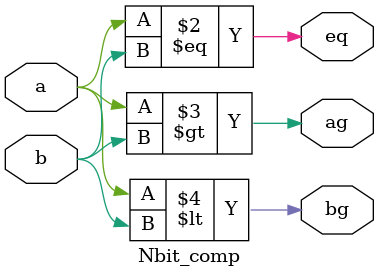
<source format=v>

module Nbit_comp
 
  #(parameter N=1)
  
  ( input [N-1:0]a,
    input [N-1:0]b,
    output reg eq,
    output reg ag,
    output reg bg
);


always @(a or b) begin
   eq= a==b;
   ag=a>b;
   bg=a<b;
end

endmodule 
</source>
